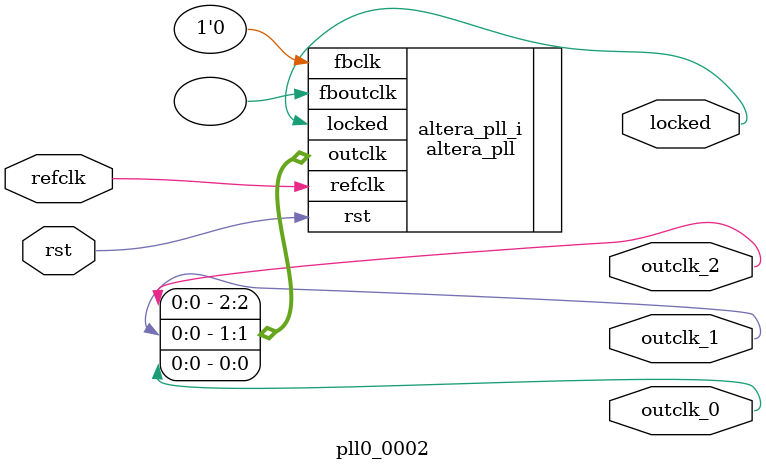
<source format=v>
`timescale 1ns/10ps
module  pll0_0002(

	// interface 'refclk'
	input wire refclk,

	// interface 'reset'
	input wire rst,

	// interface 'outclk0'
	output wire outclk_0,

	// interface 'outclk1'
	output wire outclk_1,

	// interface 'outclk2'
	output wire outclk_2,

	// interface 'locked'
	output wire locked
);

	altera_pll #(
		.fractional_vco_multiplier("false"),
		.reference_clock_frequency("100.0 MHz"),
		.operation_mode("direct"),
		.number_of_clocks(3),
		.output_clock_frequency0("75.000000 MHz"),
		.phase_shift0("0 ps"),
		.duty_cycle0(50),
		.output_clock_frequency1("25.000000 MHz"),
		.phase_shift1("0 ps"),
		.duty_cycle1(50),
		.output_clock_frequency2("1.000000 MHz"),
		.phase_shift2("0 ps"),
		.duty_cycle2(50),
		.output_clock_frequency3("0 MHz"),
		.phase_shift3("0 ps"),
		.duty_cycle3(50),
		.output_clock_frequency4("0 MHz"),
		.phase_shift4("0 ps"),
		.duty_cycle4(50),
		.output_clock_frequency5("0 MHz"),
		.phase_shift5("0 ps"),
		.duty_cycle5(50),
		.output_clock_frequency6("0 MHz"),
		.phase_shift6("0 ps"),
		.duty_cycle6(50),
		.output_clock_frequency7("0 MHz"),
		.phase_shift7("0 ps"),
		.duty_cycle7(50),
		.output_clock_frequency8("0 MHz"),
		.phase_shift8("0 ps"),
		.duty_cycle8(50),
		.output_clock_frequency9("0 MHz"),
		.phase_shift9("0 ps"),
		.duty_cycle9(50),
		.output_clock_frequency10("0 MHz"),
		.phase_shift10("0 ps"),
		.duty_cycle10(50),
		.output_clock_frequency11("0 MHz"),
		.phase_shift11("0 ps"),
		.duty_cycle11(50),
		.output_clock_frequency12("0 MHz"),
		.phase_shift12("0 ps"),
		.duty_cycle12(50),
		.output_clock_frequency13("0 MHz"),
		.phase_shift13("0 ps"),
		.duty_cycle13(50),
		.output_clock_frequency14("0 MHz"),
		.phase_shift14("0 ps"),
		.duty_cycle14(50),
		.output_clock_frequency15("0 MHz"),
		.phase_shift15("0 ps"),
		.duty_cycle15(50),
		.output_clock_frequency16("0 MHz"),
		.phase_shift16("0 ps"),
		.duty_cycle16(50),
		.output_clock_frequency17("0 MHz"),
		.phase_shift17("0 ps"),
		.duty_cycle17(50),
		.pll_type("General"),
		.pll_subtype("General")
	) altera_pll_i (
		.rst	(rst),
		.outclk	({outclk_2, outclk_1, outclk_0}),
		.locked	(locked),
		.fboutclk	( ),
		.fbclk	(1'b0),
		.refclk	(refclk)
	);
endmodule


</source>
